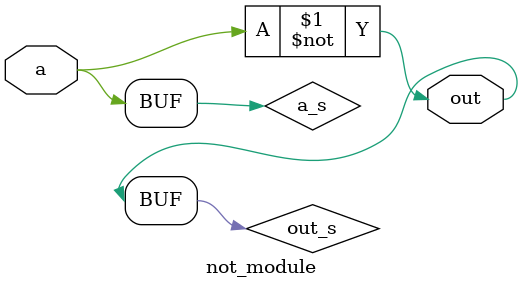
<source format=sv>

module not_module
(
    input a,
    output out
);

logic a_s;
logic out_s;

assign a_s = a;
assign out_s = ~a_s;
assign out = out_s;
    
endmodule
</source>
